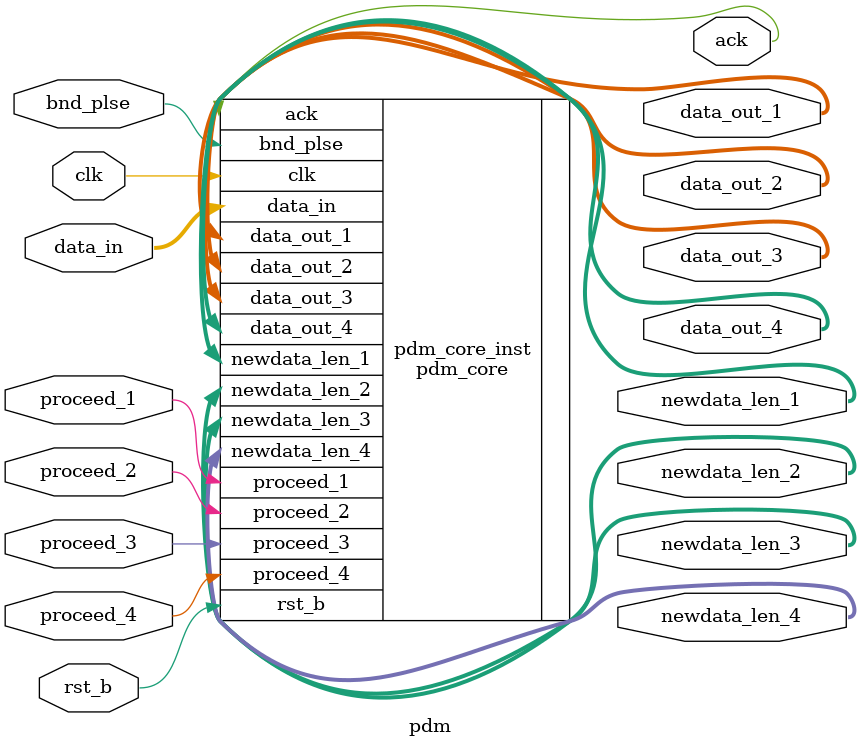
<source format=v>
`timescale 1ns/1ns

module pdm (
   clk,
   rst_b,
   bnd_plse,
   data_in,
   ack,
   newdata_len_1,
   proceed_1,
   data_out_1,
   newdata_len_2,
   proceed_2,
   data_out_2,
   newdata_len_3,
   proceed_3,
   data_out_3,
   newdata_len_4,
   proceed_4,
   data_out_4
);

// Input Ports
input        clk;
input        rst_b;
input        bnd_plse;
input  [7:0] data_in;
input        proceed_1;
input        proceed_2;
input        proceed_3;
input        proceed_4;

// Output Ports
output       ack;
output [4:0] newdata_len_1;
output [4:0] newdata_len_2;
output [4:0] newdata_len_3;
output [4:0] newdata_len_4;
output [7:0] data_out_1;
output [7:0] data_out_2;
output [7:0] data_out_3;
output [7:0] data_out_4;

// Core Instance
pdm_core pdm_core_inst(
   .clk(clk),
   .rst_b(rst_b),
   .bnd_plse(bnd_plse),
   .data_in(data_in),
   .ack(ack),
   .newdata_len_1(newdata_len_1),
   .proceed_1(proceed_1),
   .data_out_1(data_out_1),
   .newdata_len_2(newdata_len_2),
   .proceed_2(proceed_2),
   .data_out_2(data_out_2),
   .newdata_len_3(newdata_len_3),
   .proceed_3(proceed_3),
   .data_out_3(data_out_3),
   .newdata_len_4(newdata_len_4),
   .proceed_4(proceed_4),
   .data_out_4(data_out_4)
);

endmodule


</source>
